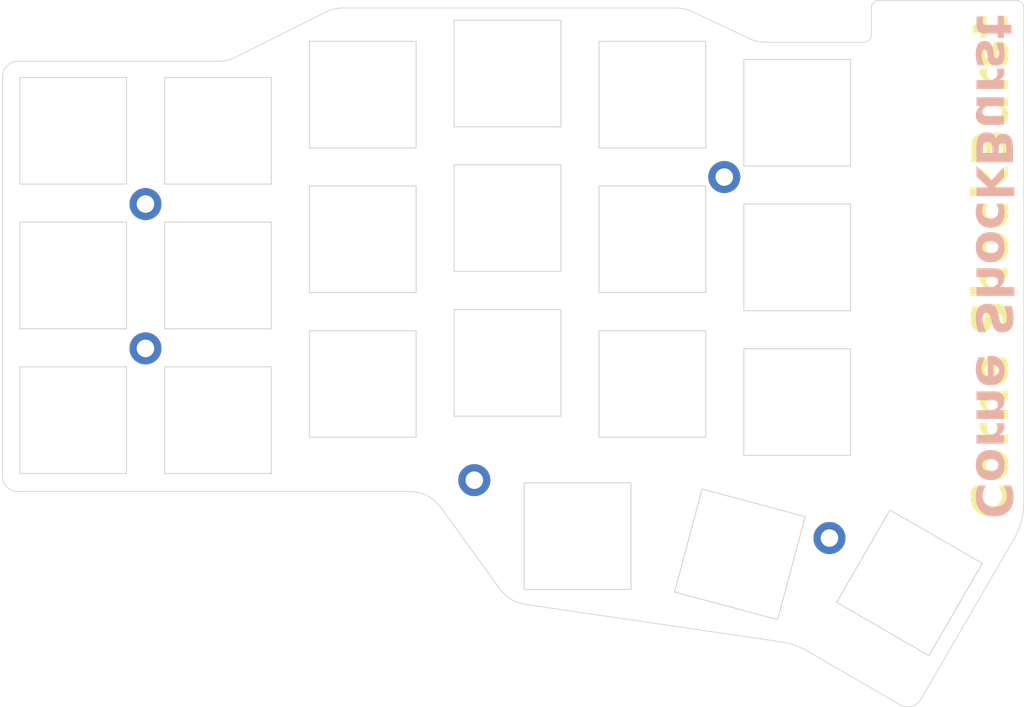
<source format=kicad_pcb>
(kicad_pcb (version 20221018) (generator pcbnew)
  (layers (0 "F.Cu" signal) (31 "B.Cu" signal) (34 "B.Paste" user) (35 "F.Paste" user) (36 "B.SilkS" user "B.Silkscreen") (37 "F.SilkS" user "F.Silkscreen") (38 "B.Mask" user) (39 "F.Mask" user) (44 "Edge.Cuts" user))
  (net 0 "")
  (footprint "kbd:SW_Hole" (layer "F.Cu") (at 154.563553 97.5)
    (fp_text reference "SW2" hide)
    (fp_text value "KEY_SWITCH" hide)
    (fp_line (start -7 -7) (end -7 7) (stroke (width 0.12)) (layer "Edge.Cuts"))
    (fp_line (start -7 7) (end 7 7) (stroke (width 0.12)) (layer "Edge.Cuts"))
    (fp_line (start 7 -7) (end -7 -7) (stroke (width 0.12)) (layer "Edge.Cuts"))
    (fp_line (start 7 7) (end 7 -7) (stroke (width 0.12)) (layer "Edge.Cuts"))
  )
  (footprint "kbd:SW_Hole" (layer "F.Cu") (at 173.563553 81.271447)
    (fp_text reference "SW2" hide)
    (fp_text value "KEY_SWITCH" hide)
    (fp_line (start -7 -7) (end -7 7) (stroke (width 0.12)) (layer "Edge.Cuts"))
    (fp_line (start -7 7) (end 7 7) (stroke (width 0.12)) (layer "Edge.Cuts"))
    (fp_line (start 7 -7) (end -7 -7) (stroke (width 0.12)) (layer "Edge.Cuts"))
    (fp_line (start 7 7) (end 7 -7) (stroke (width 0.12)) (layer "Edge.Cuts"))
  )
  (footprint "kbd:SW_Hole" (layer "F.Cu") (at 154.563553 78.5)
    (fp_text reference "SW2" hide)
    (fp_text value "KEY_SWITCH" hide)
    (fp_line (start -7 -7) (end -7 7) (stroke (width 0.12)) (layer "Edge.Cuts"))
    (fp_line (start -7 7) (end 7 7) (stroke (width 0.12)) (layer "Edge.Cuts"))
    (fp_line (start 7 -7) (end -7 -7) (stroke (width 0.12)) (layer "Edge.Cuts"))
    (fp_line (start 7 7) (end 7 -7) (stroke (width 0.12)) (layer "Edge.Cuts"))
  )
  (footprint "kbd:SW_Hole" (layer "F.Cu") (at 192.563553 102.646447)
    (fp_text reference "SW2" hide)
    (fp_text value "KEY_SWITCH" hide)
    (fp_line (start -7 -7) (end -7 7) (stroke (width 0.12)) (layer "Edge.Cuts"))
    (fp_line (start -7 7) (end 7 7) (stroke (width 0.12)) (layer "Edge.Cuts"))
    (fp_line (start 7 -7) (end -7 -7) (stroke (width 0.12)) (layer "Edge.Cuts"))
    (fp_line (start 7 7) (end 7 -7) (stroke (width 0.12)) (layer "Edge.Cuts"))
  )
  (footprint "kbd:SW_Hole" (layer "F.Cu") (at 163.75 120.25)
    (fp_text reference "SW2" hide)
    (fp_text value "KEY_SWITCH" hide)
    (fp_line (start -7 -7) (end -7 7) (stroke (width 0.12)) (layer "Edge.Cuts"))
    (fp_line (start -7 7) (end 7 7) (stroke (width 0.12)) (layer "Edge.Cuts"))
    (fp_line (start 7 -7) (end -7 -7) (stroke (width 0.12)) (layer "Edge.Cuts"))
    (fp_line (start 7 7) (end 7 -7) (stroke (width 0.12)) (layer "Edge.Cuts"))
  )
  (footprint "kbd:SW_Hole" (layer "F.Cu") (at 135.563553 62.271447)
    (fp_text reference "SW2" hide)
    (fp_text value "KEY_SWITCH" hide)
    (fp_line (start -7 -7) (end -7 7) (stroke (width 0.12)) (layer "Edge.Cuts"))
    (fp_line (start -7 7) (end 7 7) (stroke (width 0.12)) (layer "Edge.Cuts"))
    (fp_line (start 7 -7) (end -7 -7) (stroke (width 0.12)) (layer "Edge.Cuts"))
    (fp_line (start 7 7) (end 7 -7) (stroke (width 0.12)) (layer "Edge.Cuts"))
  )
  (footprint "kbd:SW_Hole" (layer "F.Cu") (at 116.563553 67.021447)
    (fp_text reference "SW2" hide)
    (fp_text value "KEY_SWITCH" hide)
    (fp_line (start -7 -7) (end -7 7) (stroke (width 0.12)) (layer "Edge.Cuts"))
    (fp_line (start -7 7) (end 7 7) (stroke (width 0.12)) (layer "Edge.Cuts"))
    (fp_line (start 7 -7) (end -7 -7) (stroke (width 0.12)) (layer "Edge.Cuts"))
    (fp_line (start 7 7) (end 7 -7) (stroke (width 0.12)) (layer "Edge.Cuts"))
  )
  (footprint "kbd:M2_Hole_TH" (layer "F.Cu") (at 150.2 112.9)
    (fp_text reference "" (at 0 -3.2) (layer "F.SilkS"))
    (fp_text value "")
    (pad "" thru_hole circle (at 0 0) (size 4.2 4.2) (drill 2.3) (layers "*.Cu" "*.Mask"))
  )
  (footprint "kbd:SW_Hole" (layer "F.Cu") (at 207.303553 126.381447 -30)
    (fp_text reference "SW2" hide)
    (fp_text value "KEY_SWITCH" hide)
    (fp_line (start -7 -7) (end -7 7) (stroke (width 0.12)) (layer "Edge.Cuts"))
    (fp_line (start -7 7) (end 7 7) (stroke (width 0.12)) (layer "Edge.Cuts"))
    (fp_line (start 7 -7) (end -7 -7) (stroke (width 0.12)) (layer "Edge.Cuts"))
    (fp_line (start 7 7) (end 7 -7) (stroke (width 0.12)) (layer "Edge.Cuts"))
  )
  (footprint "kbd:SW_Hole" (layer "F.Cu") (at 135.563553 81.271447)
    (fp_text reference "SW2" hide)
    (fp_text value "KEY_SWITCH" hide)
    (fp_line (start -7 -7) (end -7 7) (stroke (width 0.12)) (layer "Edge.Cuts"))
    (fp_line (start -7 7) (end 7 7) (stroke (width 0.12)) (layer "Edge.Cuts"))
    (fp_line (start 7 -7) (end -7 -7) (stroke (width 0.12)) (layer "Edge.Cuts"))
    (fp_line (start 7 7) (end 7 -7) (stroke (width 0.12)) (layer "Edge.Cuts"))
  )
  (footprint "kbd:SW_Hole" (layer "F.Cu") (at 97.563553 105.021447)
    (fp_text reference "SW2" hide)
    (fp_text value "KEY_SWITCH" hide)
    (fp_line (start -7 -7) (end -7 7) (stroke (width 0.12)) (layer "Edge.Cuts"))
    (fp_line (start -7 7) (end 7 7) (stroke (width 0.12)) (layer "Edge.Cuts"))
    (fp_line (start 7 -7) (end -7 -7) (stroke (width 0.12)) (layer "Edge.Cuts"))
    (fp_line (start 7 7) (end 7 -7) (stroke (width 0.12)) (layer "Edge.Cuts"))
  )
  (footprint "kbd:SW_Hole" (layer "F.Cu") (at 173.563553 62.271447)
    (fp_text reference "SW2" hide)
    (fp_text value "KEY_SWITCH" hide)
    (fp_line (start -7 -7) (end -7 7) (stroke (width 0.12)) (layer "Edge.Cuts"))
    (fp_line (start -7 7) (end 7 7) (stroke (width 0.12)) (layer "Edge.Cuts"))
    (fp_line (start 7 -7) (end -7 -7) (stroke (width 0.12)) (layer "Edge.Cuts"))
    (fp_line (start 7 7) (end 7 -7) (stroke (width 0.12)) (layer "Edge.Cuts"))
  )
  (footprint "kbd:SW_Hole" (layer "F.Cu") (at 154.563553 59.5)
    (fp_text reference "SW2" hide)
    (fp_text value "KEY_SWITCH" hide)
    (fp_line (start -7 -7) (end -7 7) (stroke (width 0.12)) (layer "Edge.Cuts"))
    (fp_line (start -7 7) (end 7 7) (stroke (width 0.12)) (layer "Edge.Cuts"))
    (fp_line (start 7 -7) (end -7 -7) (stroke (width 0.12)) (layer "Edge.Cuts"))
    (fp_line (start 7 7) (end 7 -7) (stroke (width 0.12)) (layer "Edge.Cuts"))
  )
  (footprint "kbd:M2_Hole_TH" (layer "F.Cu") (at 183 73.1)
    (fp_text reference "" (at 0 -3.2) (layer "F.SilkS"))
    (fp_text value "")
    (pad "" thru_hole circle (at 0 0) (size 4.2 4.2) (drill 2.3) (layers "*.Cu" "*.Mask"))
  )
  (footprint "kbd:M2_Hole_TH" (layer "F.Cu") (at 107.053553 76.646447)
    (fp_text reference "" (at 0 -3.2) (layer "F.SilkS"))
    (fp_text value "")
    (pad "" thru_hole circle (at 0 0) (size 4.2 4.2) (drill 2.3) (layers "*.Cu" "*.Mask"))
  )
  (footprint "kbd:SW_Hole" (layer "F.Cu") (at 116.563553 105.021447)
    (fp_text reference "SW2" hide)
    (fp_text value "KEY_SWITCH" hide)
    (fp_line (start -7 -7) (end -7 7) (stroke (width 0.12)) (layer "Edge.Cuts"))
    (fp_line (start -7 7) (end 7 7) (stroke (width 0.12)) (layer "Edge.Cuts"))
    (fp_line (start 7 -7) (end -7 -7) (stroke (width 0.12)) (layer "Edge.Cuts"))
    (fp_line (start 7 7) (end 7 -7) (stroke (width 0.12)) (layer "Edge.Cuts"))
  )
  (footprint "kbd:SW_Hole" (layer "F.Cu") (at 116.563553 86.021447)
    (fp_text reference "SW2" hide)
    (fp_text value "KEY_SWITCH" hide)
    (fp_line (start -7 -7) (end -7 7) (stroke (width 0.12)) (layer "Edge.Cuts"))
    (fp_line (start -7 7) (end 7 7) (stroke (width 0.12)) (layer "Edge.Cuts"))
    (fp_line (start 7 -7) (end -7 -7) (stroke (width 0.12)) (layer "Edge.Cuts"))
    (fp_line (start 7 7) (end 7 -7) (stroke (width 0.12)) (layer "Edge.Cuts"))
  )
  (footprint "kbd:M2_Hole_TH" (layer "F.Cu") (at 107.053553 95.6)
    (fp_text reference "" (at 0 -3.2) (layer "F.SilkS"))
    (fp_text value "")
    (pad "" thru_hole circle (at 0 0) (size 4.2 4.2) (drill 2.3) (layers "*.Cu" "*.Mask"))
  )
  (footprint "kbd:SW_Hole" (layer "F.Cu") (at 173.563553 100.271447)
    (fp_text reference "SW2" hide)
    (fp_text value "KEY_SWITCH" hide)
    (fp_line (start -7 -7) (end -7 7) (stroke (width 0.12)) (layer "Edge.Cuts"))
    (fp_line (start -7 7) (end 7 7) (stroke (width 0.12)) (layer "Edge.Cuts"))
    (fp_line (start 7 -7) (end -7 -7) (stroke (width 0.12)) (layer "Edge.Cuts"))
    (fp_line (start 7 7) (end 7 -7) (stroke (width 0.12)) (layer "Edge.Cuts"))
  )
  (footprint "kbd:SW_Hole" (layer "F.Cu") (at 97.563553 86.021447)
    (fp_text reference "SW2" hide)
    (fp_text value "KEY_SWITCH" hide)
    (fp_line (start -7 -7) (end -7 7) (stroke (width 0.12)) (layer "Edge.Cuts"))
    (fp_line (start -7 7) (end 7 7) (stroke (width 0.12)) (layer "Edge.Cuts"))
    (fp_line (start 7 -7) (end -7 -7) (stroke (width 0.12)) (layer "Edge.Cuts"))
    (fp_line (start 7 7) (end 7 -7) (stroke (width 0.12)) (layer "Edge.Cuts"))
  )
  (footprint "kbd:SW_Hole" (layer "F.Cu") (at 192.563553 64.646447)
    (fp_text reference "SW2" hide)
    (fp_text value "KEY_SWITCH" hide)
    (fp_line (start -7 -7) (end -7 7) (stroke (width 0.12)) (layer "Edge.Cuts"))
    (fp_line (start -7 7) (end 7 7) (stroke (width 0.12)) (layer "Edge.Cuts"))
    (fp_line (start 7 -7) (end -7 -7) (stroke (width 0.12)) (layer "Edge.Cuts"))
    (fp_line (start 7 7) (end 7 -7) (stroke (width 0.12)) (layer "Edge.Cuts"))
  )
  (footprint "kbd:SW_Hole" (layer "F.Cu") (at 135.563553 100.271447)
    (fp_text reference "SW2" hide)
    (fp_text value "KEY_SWITCH" hide)
    (fp_line (start -7 -7) (end -7 7) (stroke (width 0.12)) (layer "Edge.Cuts"))
    (fp_line (start -7 7) (end 7 7) (stroke (width 0.12)) (layer "Edge.Cuts"))
    (fp_line (start 7 -7) (end -7 -7) (stroke (width 0.12)) (layer "Edge.Cuts"))
    (fp_line (start 7 7) (end 7 -7) (stroke (width 0.12)) (layer "Edge.Cuts"))
  )
  (footprint "kbd:M2_Hole_TH" (layer "F.Cu") (at 196.803553 120.5)
    (fp_text reference "" (at 0 -3.2) (layer "F.SilkS"))
    (fp_text value "")
    (pad "" thru_hole circle (at 0 0) (size 4.2 4.2) (drill 2.3) (layers "*.Cu" "*.Mask"))
  )
  (footprint "kbd:SW_Hole" (layer "F.Cu") (at 97.563553 67.021447)
    (fp_text reference "SW2" hide)
    (fp_text value "KEY_SWITCH" hide)
    (fp_line (start -7 -7) (end -7 7) (stroke (width 0.12)) (layer "Edge.Cuts"))
    (fp_line (start -7 7) (end 7 7) (stroke (width 0.12)) (layer "Edge.Cuts"))
    (fp_line (start 7 -7) (end -7 -7) (stroke (width 0.12)) (layer "Edge.Cuts"))
    (fp_line (start 7 7) (end 7 -7) (stroke (width 0.12)) (layer "Edge.Cuts"))
  )
  (footprint "kbd:SW_Hole" (layer "F.Cu") (at 185.045553 122.640447 -15)
    (fp_text reference "SW2" hide)
    (fp_text value "KEY_SWITCH" hide)
    (fp_line (start -7 -7) (end -7 7) (stroke (width 0.12)) (layer "Edge.Cuts"))
    (fp_line (start -7 7) (end 7 7) (stroke (width 0.12)) (layer "Edge.Cuts"))
    (fp_line (start 7 -7) (end -7 -7) (stroke (width 0.12)) (layer "Edge.Cuts"))
    (fp_line (start 7 7) (end 7 -7) (stroke (width 0.12)) (layer "Edge.Cuts"))
  )
  (footprint "kbd:SW_Hole" (layer "F.Cu") (at 192.563553 83.646447)
    (fp_text reference "SW2" hide)
    (fp_text value "KEY_SWITCH" hide)
    (fp_line (start -7 -7) (end -7 7) (stroke (width 0.12)) (layer "Edge.Cuts"))
    (fp_line (start -7 7) (end 7 7) (stroke (width 0.12)) (layer "Edge.Cuts"))
    (fp_line (start 7 -7) (end -7 -7) (stroke (width 0.12)) (layer "Edge.Cuts"))
    (fp_line (start 7 7) (end 7 -7) (stroke (width 0.12)) (layer "Edge.Cuts"))
  )
  (gr_line (start 186.283899 54.918689) (end 178.816101 51.381311) (stroke (width 0.1)) (layer "Edge.Cuts"))
  (gr_line (start 201.3 55.4) (end 188.424331 55.4) (stroke (width 0.1)) (layer "Edge.Cuts"))
  (gr_line (start 222.3 115.709868) (end 222.3 50.9) (stroke (width 0.1)) (layer "Edge.Cuts"))
  (gr_line (start 202.3 50.9) (end 202.3 54.4) (stroke (width 0.1)) (layer "Edge.Cuts"))
  (gr_line (start 156.883346 129.207973) (end 190.384463 134.122832) (stroke (width 0.1)) (layer "Edge.Cuts"))
  (gr_arc (start 188.424331 55.4) (mid 187.327389 55.278195) (end 186.283899 54.918689) (stroke (width 0.1)) (layer "Edge.Cuts"))
  (gr_line (start 193.973786 135.371876) (end 206.069587 142.395244) (stroke (width 0.1)) (layer "Edge.Cuts"))
  (gr_arc (start 190.384463 134.122832) (mid 192.239006 134.575273) (end 193.973786 135.371876) (stroke (width 0.1)) (layer "Edge.Cuts"))
  (gr_arc (start 222.3 115.709868) (mid 221.956686 118.307644) (end 220.950312 120.727049) (stroke (width 0.1)) (layer "Edge.Cuts"))
  (gr_line (start 145.79712 116.467451) (end 153.564819 127.194274) (stroke (width 0.1)) (layer "Edge.Cuts"))
  (gr_line (start 176.675669 50.9) (end 132.98034 50.9) (stroke (width 0.1)) (layer "Edge.Cuts"))
  (gr_line (start 90.3 114.4) (end 141.747409 114.4) (stroke (width 0.1)) (layer "Edge.Cuts"))
  (gr_arc (start 156.883346 129.207973) (mid 155.02069 128.536314) (end 153.564819 127.194274) (stroke (width 0.1)) (layer "Edge.Cuts"))
  (gr_arc (start 141.747409 114.4) (mid 144.020868 114.94676) (end 145.79712 116.467451) (stroke (width 0.1)) (layer "Edge.Cuts"))
  (gr_line (start 118.855728 57.372136) (end 130.744272 51.427864) (stroke (width 0.1)) (layer "Edge.Cuts"))
  (gr_arc (start 118.855728 57.372136) (mid 117.768421 57.766227) (end 116.61966 57.9) (stroke (width 0.1)) (layer "Edge.Cuts"))
  (gr_arc (start 130.744272 51.427864) (mid 131.831578 51.033765) (end 132.98034 50.9) (stroke (width 0.1)) (layer "Edge.Cuts"))
  (gr_arc (start 202.3 50.9) (mid 202.592893 50.192893) (end 203.3 49.9) (stroke (width 0.1)) (layer "Edge.Cuts"))
  (gr_arc (start 88.3 59.9) (mid 88.885786 58.485786) (end 90.3 57.9) (stroke (width 0.1)) (layer "Edge.Cuts"))
  (gr_arc (start 202.3 54.4) (mid 202.007107 55.107107) (end 201.3 55.4) (stroke (width 0.1)) (layer "Edge.Cuts"))
  (gr_line (start 208.803921 141.669102) (end 220.950312 120.727049) (stroke (width 0.1)) (layer "Edge.Cuts"))
  (gr_arc (start 176.675669 50.9) (mid 177.772611 51.021805) (end 178.816101 51.381311) (stroke (width 0.1)) (layer "Edge.Cuts"))
  (gr_arc (start 221.3 49.9) (mid 222.007107 50.192893) (end 222.3 50.9) (stroke (width 0.1)) (layer "Edge.Cuts"))
  (gr_arc (start 208.803921 141.669102) (mid 207.58718 142.598626) (end 206.069587 142.395244) (stroke (width 0.1)) (layer "Edge.Cuts"))
  (gr_line (start 90.3 57.9) (end 116.61966 57.9) (stroke (width 0.1)) (layer "Edge.Cuts"))
  (gr_line (start 221.3 49.9) (end 203.3 49.9) (stroke (width 0.1)) (layer "Edge.Cuts"))
  (gr_line (start 88.3 59.9) (end 88.3 112.4) (stroke (width 0.1)) (layer "Edge.Cuts"))
  (gr_arc (start 90.3 114.4) (mid 88.885786 113.814214) (end 88.3 112.4) (stroke (width 0.1)) (layer "Edge.Cuts"))
  (gr_text "Corne ShockBurst" (at 215.290736 118 -90) (layer "B.SilkS") (effects (font (size 4.7 4.7) (thickness 0.15) italic) (justify left bottom mirror)))
  (gr_text "Corne ShockBurst" (at 221 118 90) (layer "F.SilkS") (effects (font (size 4.7 4.7) (thickness 0.15) italic) (justify left bottom)))
)
</source>
